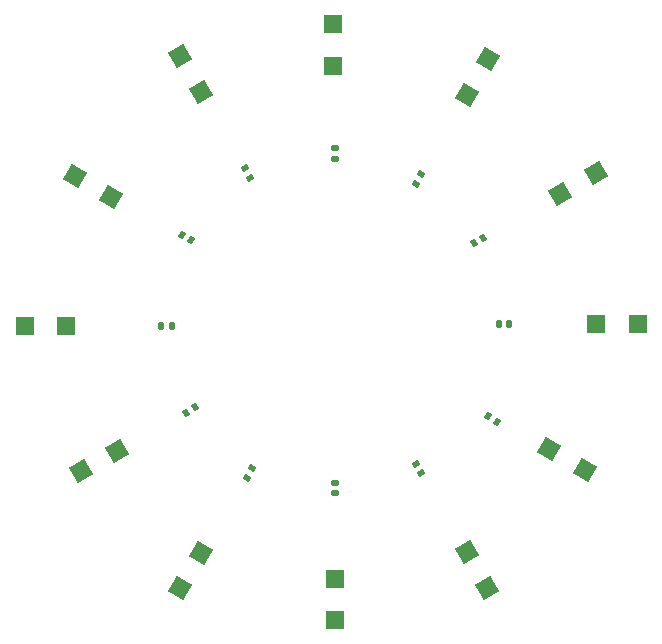
<source format=gtp>
%FSTAX23Y23*%
%MOIN*%
%SFA1B1*%

%IPPOS*%
%AMD13*
4,1,4,-0.010800,-0.040300,0.040300,-0.010800,0.010800,0.040300,-0.040300,0.010800,-0.010800,-0.040300,0.0*
%
%AMD15*
4,1,8,-0.014100,0.000800,-0.006400,-0.012600,-0.003800,-0.013300,0.013400,-0.003400,0.014100,-0.000800,0.006400,0.012600,0.003800,0.013300,-0.013400,0.003400,-0.014100,0.000800,0.0*
1,1,0.003860,-0.012400,0.001700*
1,1,0.003860,-0.004700,-0.011600*
1,1,0.003860,0.012400,-0.001700*
1,1,0.003860,0.004700,0.011600*
%
%AMD16*
4,1,8,-0.011800,0.007700,-0.011800,-0.007700,-0.009900,-0.009600,0.009900,-0.009600,0.011800,-0.007700,0.011800,0.007700,0.009900,0.009600,-0.009900,0.009600,-0.011800,0.007700,0.0*
1,1,0.003860,-0.009900,0.007700*
1,1,0.003860,-0.009900,-0.007700*
1,1,0.003860,0.009900,-0.007700*
1,1,0.003860,0.009900,0.007700*
%
%AMD17*
4,1,4,-0.040300,-0.010800,0.010800,-0.040300,0.040300,0.010800,-0.010800,0.040300,-0.040300,-0.010800,0.0*
%
%AMD18*
4,1,4,0.010800,-0.040300,0.040300,0.010800,-0.010800,0.040300,-0.040300,-0.010800,0.010800,-0.040300,0.0*
%
%AMD19*
4,1,8,-0.006400,0.012600,-0.014100,-0.000800,-0.013400,-0.003400,0.003800,-0.013300,0.006400,-0.012600,0.014100,0.000800,0.013400,0.003400,-0.003800,0.013300,-0.006400,0.012600,0.0*
1,1,0.003860,-0.004700,0.011600*
1,1,0.003860,-0.012400,-0.001700*
1,1,0.003860,0.004700,-0.011600*
1,1,0.003860,0.012400,0.001700*
%
%AMD20*
4,1,8,-0.012600,-0.006400,0.000800,-0.014100,0.003400,-0.013400,0.013300,0.003800,0.012600,0.006400,-0.000800,0.014100,-0.003400,0.013400,-0.013300,-0.003800,-0.012600,-0.006400,0.0*
1,1,0.003860,-0.011600,-0.004700*
1,1,0.003860,0.001700,-0.012400*
1,1,0.003860,0.011600,0.004700*
1,1,0.003860,-0.001700,0.012400*
%
%AMD22*
4,1,4,-0.040300,0.010800,-0.010800,-0.040300,0.040300,-0.010800,0.010800,0.040300,-0.040300,0.010800,0.0*
%
%AMD23*
4,1,8,-0.007700,-0.011800,0.007700,-0.011800,0.009600,-0.009900,0.009600,0.009900,0.007700,0.011800,-0.007700,0.011800,-0.009600,0.009900,-0.009600,-0.009900,-0.007700,-0.011800,0.0*
1,1,0.003860,-0.007700,-0.009900*
1,1,0.003860,0.007700,-0.009900*
1,1,0.003860,0.007700,0.009900*
1,1,0.003860,-0.007700,0.009900*
%
%AMD24*
4,1,8,0.000800,0.014100,-0.012600,0.006400,-0.013300,0.003800,-0.003400,-0.013400,-0.000800,-0.014100,0.012600,-0.006400,0.013300,-0.003800,0.003400,0.013400,0.000800,0.014100,0.0*
1,1,0.003860,0.001700,0.012400*
1,1,0.003860,-0.011600,0.004700*
1,1,0.003860,-0.001700,-0.012400*
1,1,0.003860,0.011600,-0.004700*
%
G04~CAMADD=13~10~0.0~590.6~0.0~0.0~0.0~0.0~0~0.0~0.0~0.0~0.0~0~0.0~0.0~0.0~0.0~0~0.0~0.0~0.0~210.0~590.6~0.0*
%ADD13D13*%
%ADD14R,0.059060X0.059060*%
G04~CAMADD=15~8~0.0~0.0~192.9~236.2~19.3~0.0~15~0.0~0.0~0.0~0.0~0~0.0~0.0~0.0~0.0~0~0.0~0.0~0.0~120.0~286.0~270.0*
%ADD15D15*%
G04~CAMADD=16~8~0.0~0.0~192.9~236.2~19.3~0.0~15~0.0~0.0~0.0~0.0~0~0.0~0.0~0.0~0.0~0~0.0~0.0~0.0~90.0~236.0~192.0*
%ADD16D16*%
G04~CAMADD=17~10~0.0~590.6~0.0~0.0~0.0~0.0~0~0.0~0.0~0.0~0.0~0~0.0~0.0~0.0~0.0~0~0.0~0.0~0.0~150.0~590.6~0.0*
%ADD17D17*%
G04~CAMADD=18~10~0.0~590.6~0.0~0.0~0.0~0.0~0~0.0~0.0~0.0~0.0~0~0.0~0.0~0.0~0.0~0~0.0~0.0~0.0~240.0~590.6~0.0*
%ADD18D18*%
G04~CAMADD=19~8~0.0~0.0~192.9~236.2~19.3~0.0~15~0.0~0.0~0.0~0.0~0~0.0~0.0~0.0~0.0~0~0.0~0.0~0.0~60.0~288.0~271.0*
%ADD19D19*%
G04~CAMADD=20~8~0.0~0.0~192.9~236.2~19.3~0.0~15~0.0~0.0~0.0~0.0~0~0.0~0.0~0.0~0.0~0~0.0~0.0~0.0~150.0~272.0~287.0*
%ADD20D20*%
%ADD21R,0.059060X0.059060*%
G04~CAMADD=22~10~0.0~590.6~0.0~0.0~0.0~0.0~0~0.0~0.0~0.0~0.0~0~0.0~0.0~0.0~0.0~0~0.0~0.0~0.0~120.0~590.6~0.0*
%ADD22D22*%
G04~CAMADD=23~8~0.0~0.0~192.9~236.2~19.3~0.0~15~0.0~0.0~0.0~0.0~0~0.0~0.0~0.0~0.0~0~0.0~0.0~0.0~180.0~192.0~236.0*
%ADD23D23*%
G04~CAMADD=24~8~0.0~0.0~192.9~236.2~19.3~0.0~15~0.0~0.0~0.0~0.0~0~0.0~0.0~0.0~0.0~0~0.0~0.0~0.0~30.0~270.0~286.0*
%ADD24D24*%
%LNnatal-1*%
%LPD*%
G54D13*
X02529Y0348D03*
X0246Y03599D03*
X03415Y01945D03*
X03483Y01825D03*
G54D14*
X0297Y03567D03*
Y03705D03*
X02975Y01857D03*
Y0172D03*
G54D15*
X02693Y03194D03*
X02676Y03225D03*
X03246Y02241D03*
X03263Y0221D03*
G54D16*
X02975Y03257D03*
Y03292D03*
Y02142D03*
Y02177D03*
G54D17*
X03416Y0347D03*
X03485Y0359D03*
X02529Y01944D03*
X0246Y01825D03*
G54D18*
X02229Y0313D03*
X0211Y03199D03*
X0369Y02288D03*
X0381Y0222D03*
G54D19*
X03246Y03174D03*
X03263Y03205D03*
X02698Y02225D03*
X02681Y02194D03*
G54D20*
X02495Y02986D03*
X02464Y03003D03*
X03484Y02398D03*
X03515Y02381D03*
G54D21*
X02078Y027D03*
X01941D03*
X03847Y02705D03*
X03985D03*
G54D22*
X03727Y03141D03*
X03847Y0321D03*
X02249Y02283D03*
X0213Y02215D03*
G54D23*
X02432Y027D03*
X02397D03*
X03522Y02705D03*
X03557D03*
G54D24*
X03439Y02976D03*
X0347Y02993D03*
X0251Y02428D03*
X02479Y02411D03*
M02*
</source>
